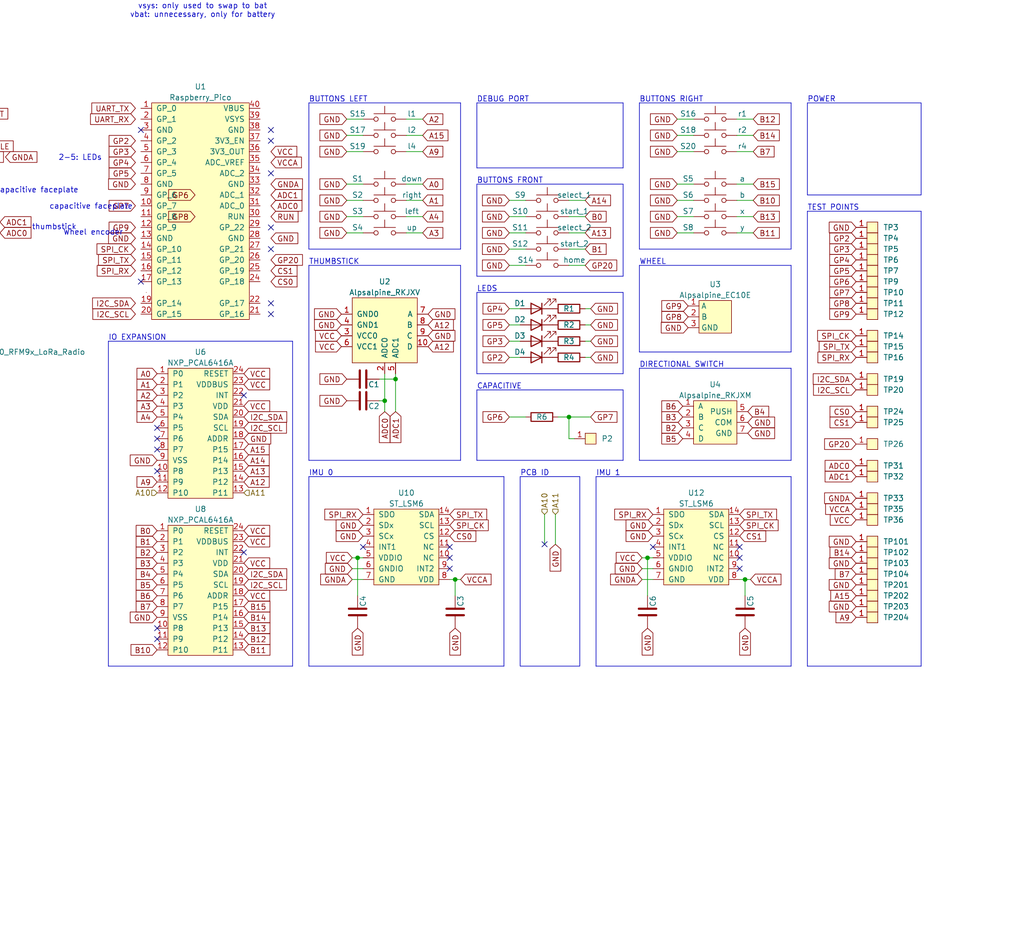
<source format=kicad_sch>
(kicad_sch (version 20231120) (generator "eeschema") (generator_version "8.0")
  (paper "User" 240.005 220.015)
  (title_block (title "Alpakka") (company "Input Labs Oy."))
  (junction (at 90.17 93.98))
  (junction (at 106.68 135.89))
  (junction (at 174.625 135.89))
  (junction (at 83.82 130.81))
  (junction (at 92.71 88.9))
  (junction (at 133.35 97.79))
  (junction (at 151.765 130.81))
  (no_connect (at 63.5 40.64))
  (no_connect (at 63.5 53.34))
  (no_connect (at 36.83 147.32))
  (no_connect (at 36.83 110.49))
  (no_connect (at 85.09 128.27))
  (no_connect (at 153.035 128.27))
  (no_connect (at 33.02 30.48))
  (no_connect (at 127.635 127.635))
  (no_connect (at 63.5 71.12))
  (no_connect (at 57.15 129.54))
  (no_connect (at 173.355 133.35))
  (no_connect (at 173.355 128.27))
  (no_connect (at 36.83 102.87))
  (no_connect (at 63.5 30.48))
  (no_connect (at 33.02 66.04))
  (no_connect (at 105.41 133.35))
  (no_connect (at 63.5 33.02))
  (no_connect (at 36.83 100.33))
  (no_connect (at 105.41 130.81))
  (no_connect (at 57.15 92.71))
  (no_connect (at 36.83 149.86))
  (no_connect (at 36.83 105.41))
  (no_connect (at -33.02 41.91))
  (no_connect (at 173.355 130.81))
  (no_connect (at 63.5 58.42))
  (no_connect (at 105.41 128.27))
  (no_connect (at 63.5 73.66))
  (wire (pts (xy 172.72 27.94) (xy 176.53 27.94)))
  (wire (pts (xy 82.55 133.35) (xy 85.09 133.35)))
  (polyline (pts (xy 111.76 68.58) (xy 146.05 68.58)))
  (polyline (pts (xy 72.39 111.76) (xy 118.11 111.76)))
  (polyline (pts (xy 111.76 87.63) (xy 146.05 87.63)))
  (wire (pts (xy 153.035 130.81) (xy 151.765 130.81)))
  (wire (pts (xy 158.75 50.8) (xy 162.56 50.8)))
  (polyline (pts (xy 185.42 107.95) (xy 185.42 86.36)))
  (polyline (pts (xy 149.86 86.36) (xy 149.86 107.95)))
  (wire (pts (xy 81.28 31.75) (xy 85.09 31.75)))
  (polyline (pts (xy 111.76 39.37) (xy 111.76 24.13)))
  (wire (pts (xy 83.82 130.81) (xy 82.55 130.81)))
  (polyline (pts (xy 185.42 86.36) (xy 149.86 86.36)))
  (wire (pts (xy 138.43 76.2) (xy 137.16 76.2)))
  (wire (pts (xy 81.28 46.99) (xy 85.09 46.99)))
  (wire (pts (xy 133.35 62.23) (xy 137.16 62.23)))
  (polyline (pts (xy 189.23 156.21) (xy 215.9 156.21)))
  (wire (pts (xy 119.38 58.42) (xy 123.19 58.42)))
  (wire (pts (xy 81.28 27.94) (xy 85.09 27.94)))
  (polyline (pts (xy 107.95 62.23) (xy 107.95 107.95)))
  (polyline (pts (xy 146.05 64.77) (xy 111.76 64.77)))
  (polyline (pts (xy 185.42 62.23) (xy 149.86 62.23)))
  (wire (pts (xy 172.72 46.99) (xy 176.53 46.99)))
  (wire (pts (xy 92.71 88.9) (xy 92.71 96.52)))
  (wire (pts (xy 95.25 35.56) (xy 99.06 35.56)))
  (polyline (pts (xy 118.11 111.76) (xy 118.11 156.21)))
  (wire (pts (xy 172.72 43.18) (xy 176.53 43.18)))
  (polyline (pts (xy 68.58 156.21) (xy 25.4 156.21)))
  (polyline (pts (xy 25.4 80.01) (xy 25.4 156.21)))
  (polyline (pts (xy 118.11 156.21) (xy 72.39 156.21)))
  (polyline (pts (xy 72.39 62.23) (xy 72.39 107.95)))
  (wire (pts (xy 133.35 58.42) (xy 137.16 58.42)))
  (wire (pts (xy 88.9 88.9) (xy 92.71 88.9)))
  (wire (pts (xy 95.25 46.99) (xy 99.06 46.99)))
  (wire (pts (xy 90.17 87.63) (xy 90.17 93.98)))
  (wire (pts (xy 138.43 72.39) (xy 137.16 72.39)))
  (polyline (pts (xy 189.23 49.53) (xy 215.9 49.53)))
  (wire (pts (xy 130.81 97.79) (xy 133.35 97.79)))
  (wire (pts (xy 133.35 102.87) (xy 134.62 102.87)))
  (wire (pts (xy 127.635 120.65) (xy 127.635 127.635)))
  (polyline (pts (xy 107.95 58.42) (xy 107.95 24.13)))
  (wire (pts (xy 150.495 133.35) (xy 153.035 133.35)))
  (wire (pts (xy 85.09 130.81) (xy 83.82 130.81)))
  (wire (pts (xy 133.35 97.79) (xy 133.35 102.87)))
  (wire (pts (xy 174.625 135.89) (xy 174.625 139.7)))
  (wire (pts (xy 172.72 35.56) (xy 176.53 35.56)))
  (polyline (pts (xy 111.76 24.13) (xy 146.05 24.13)))
  (wire (pts (xy 105.41 135.89) (xy 106.68 135.89)))
  (wire (pts (xy 133.35 46.99) (xy 137.16 46.99)))
  (wire (pts (xy 174.625 135.89) (xy 175.895 135.89)))
  (polyline (pts (xy 111.76 107.95) (xy 146.05 107.95)))
  (wire (pts (xy 133.35 50.8) (xy 137.16 50.8)))
  (wire (pts (xy 158.75 31.75) (xy 162.56 31.75)))
  (polyline (pts (xy 185.42 82.55) (xy 185.42 62.23)))
  (wire (pts (xy 150.495 135.89) (xy 153.035 135.89)))
  (polyline (pts (xy 107.95 24.13) (xy 72.39 24.13)))
  (wire (pts (xy 158.75 35.56) (xy 162.56 35.56)))
  (wire (pts (xy 95.25 43.18) (xy 99.06 43.18)))
  (wire (pts (xy -119.38 92.71) (xy -104.14 92.71)))
  (wire (pts (xy 172.72 50.8) (xy 176.53 50.8)))
  (polyline (pts (xy 146.05 91.44) (xy 111.76 91.44)))
  (wire (pts (xy 95.25 54.61) (xy 99.06 54.61)))
  (wire (pts (xy 90.17 93.98) (xy 90.17 96.52)))
  (wire (pts (xy 119.38 80.01) (xy 121.92 80.01)))
  (wire (pts (xy 119.38 97.79) (xy 123.19 97.79)))
  (polyline (pts (xy 111.76 39.37) (xy 146.05 39.37)))
  (polyline (pts (xy 185.42 156.21) (xy 139.7 156.21)))
  (wire (pts (xy 119.38 62.23) (xy 123.19 62.23)))
  (wire (pts (xy 119.38 72.39) (xy 121.92 72.39)))
  (wire (pts (xy 133.35 54.61) (xy 137.16 54.61)))
  (polyline (pts (xy 25.4 80.01) (xy 68.58 80.01)))
  (wire (pts (xy 81.28 43.18) (xy 85.09 43.18)))
  (wire (pts (xy 81.28 54.61) (xy 85.09 54.61)))
  (wire (pts (xy 82.55 135.89) (xy 85.09 135.89)))
  (wire (pts (xy 119.38 46.99) (xy 123.19 46.99)))
  (polyline (pts (xy 185.42 24.13) (xy 149.86 24.13)))
  (polyline (pts (xy 139.7 111.76) (xy 139.7 156.21)))
  (polyline (pts (xy 149.86 24.13) (xy 149.86 58.42)))
  (wire (pts (xy 95.25 27.94) (xy 99.06 27.94)))
  (wire (pts (xy 106.68 135.89) (xy 107.95 135.89)))
  (polyline (pts (xy 149.86 82.55) (xy 185.42 82.55)))
  (wire (pts (xy 106.68 135.89) (xy 106.68 139.7)))
  (wire (pts (xy 173.355 135.89) (xy 174.625 135.89)))
  (wire (pts (xy 158.75 46.99) (xy 162.56 46.99)))
  (wire (pts (xy 119.38 54.61) (xy 123.19 54.61)))
  (polyline (pts (xy 72.39 58.42) (xy 107.95 58.42)))
  (polyline (pts (xy 185.42 58.42) (xy 185.42 24.13)))
  (wire (pts (xy 119.38 50.8) (xy 123.19 50.8)))
  (wire (pts (xy 95.25 50.8) (xy 99.06 50.8)))
  (polyline (pts (xy 72.39 111.76) (xy 72.39 156.21)))
  (polyline (pts (xy 111.76 68.58) (xy 111.76 87.63)))
  (wire (pts (xy 81.28 50.8) (xy 85.09 50.8)))
  (wire (pts (xy 151.765 130.81) (xy 150.495 130.81)))
  (wire (pts (xy 158.75 54.61) (xy 162.56 54.61)))
  (wire (pts (xy 138.43 80.01) (xy 137.16 80.01)))
  (wire (pts (xy 81.28 35.56) (xy 85.09 35.56)))
  (polyline (pts (xy 111.76 91.44) (xy 111.76 107.95)))
  (polyline (pts (xy 146.05 107.95) (xy 146.05 91.44)))
  (polyline (pts (xy 146.05 24.13) (xy 146.05 39.37)))
  (wire (pts (xy 172.72 54.61) (xy 176.53 54.61)))
  (polyline (pts (xy 146.05 43.18) (xy 146.05 64.77)))
  (wire (pts (xy 158.75 27.94) (xy 162.56 27.94)))
  (polyline (pts (xy 149.86 62.23) (xy 149.86 82.55)))
  (wire (pts (xy 133.35 97.79) (xy 138.43 97.79)))
  (polyline (pts (xy 111.76 43.18) (xy 146.05 43.18)))
  (polyline (pts (xy 111.76 43.18) (xy 111.76 64.77)))
  (polyline (pts (xy 215.9 156.21) (xy 215.9 49.53)))
  (polyline (pts (xy 146.05 87.63) (xy 146.05 68.58)))
  (polyline (pts (xy 72.39 62.23) (xy 107.95 62.23)))
  (wire (pts (xy 130.175 120.65) (xy 130.175 127.635)))
  (wire (pts (xy 158.75 43.18) (xy 162.56 43.18)))
  (wire (pts (xy 119.38 76.2) (xy 121.92 76.2)))
  (wire (pts (xy 172.72 31.75) (xy 176.53 31.75)))
  (wire (pts (xy 95.25 31.75) (xy 99.06 31.75)))
  (polyline (pts (xy 68.58 80.01) (xy 68.58 156.21)))
  (wire (pts (xy -119.38 92.71) (xy -119.38 95.25)))
  (polyline (pts (xy 72.39 24.13) (xy 72.39 58.42)))
  (wire (pts (xy 119.38 83.82) (xy 121.92 83.82)))
  (polyline (pts (xy 149.86 107.95) (xy 185.42 107.95)))
  (wire (pts (xy 151.765 139.7) (xy 151.765 130.81)))
  (polyline (pts (xy 189.23 49.53) (xy 189.23 156.21)))
  (polyline (pts (xy 185.42 111.76) (xy 185.42 156.21)))
  (wire (pts (xy 138.43 83.82) (xy 137.16 83.82)))
  (wire (pts (xy 92.71 87.63) (xy 92.71 88.9)))
  (wire (pts (xy 90.17 93.98) (xy 88.9 93.98)))
  (polyline (pts (xy 107.95 107.95) (xy 72.39 107.95)))
  (polyline (pts (xy 139.7 111.76) (xy 185.42 111.76)))
  (wire (pts (xy 83.82 139.7) (xy 83.82 130.81)))
  (polyline (pts (xy 149.86 58.42) (xy 185.42 58.42)))
  (rectangle (start 189.23 24.13) (end 215.9 45.72))
  (rectangle (start 121.92 111.76) (end 135.89 156.21))
  (text "WHEEL\n" (at 149.86 62.23 0) (effects (font (size 1.27 1.27)) (justify left bottom)))
  (text "capacitive faceplate\n" (at 8.636 44.704 0) (effects (font (size 1.27 1.27))))
  (text "DEBUG PORT" (at 111.76 24.13 0) (effects (font (size 1.27 1.27)) (justify left bottom)))
  (text "2-5: LEDs" (at 18.796 37.084 0) (effects (font (size 1.27 1.27))))
  (text "thumbstick" (at -47.244 76.454 0) (effects (font (size 1.27 1.27))))
  (text "vsys: only used to swap to bat\nvbat: unnecessary, only for battery" (at 47.498 2.54 0) (effects (font (size 1.27 1.27))))
  (text "IMU comms" (at -48.26 52.324 0) (effects (font (size 1.27 1.27))))
  (text "THUMBSTICK" (at 72.39 62.23 0) (effects (font (size 1.27 1.27)) (justify left bottom)))
  (text "IMU 0" (at 72.39 111.76 0) (effects (font (size 1.27 1.27)) (justify left bottom)))
  (text "Wheel encoder" (at 21.844 54.61 0) (effects (font (size 1.27 1.27))))
  (text "PCB ID" (at 121.92 111.76 0) (effects (font (size 1.27 1.27)) (justify left bottom)))
  (text "home button\n" (at -48.006 34.544 0) (effects (font (size 1.27 1.27))))
  (text "IMU 1" (at 139.7 111.76 0) (effects (font (size 1.27 1.27)) (justify left bottom)))
  (text "BUTTONS FRONT" (at 111.76 43.18 0) (effects (font (size 1.27 1.27)) (justify left bottom)))
  (text "Wheel encoder" (at -47.244 27.94 0) (effects (font (size 1.27 1.27))))
  (text "TEST POINTS" (at 189.23 49.53 0) (effects (font (size 1.27 1.27)) (justify left bottom)))
  (text "capacitive faceplate\n" (at 21.336 48.514 0) (effects (font (size 1.27 1.27))))
  (text "DIRECTIONAL SWITCH" (at 149.86 86.36 0) (effects (font (size 1.27 1.27)) (justify left bottom)))
  (text "CAPACITIVE" (at 111.76 91.44 0) (effects (font (size 1.27 1.27)) (justify left bottom)))
  (text "IO EXPANSION" (at 25.4 80.01 0) (effects (font (size 1.27 1.27)) (justify left bottom)))
  (text "LEDS" (at 111.76 68.58 0) (effects (font (size 1.27 1.27)) (justify left bottom)))
  (text "BUTTONS LEFT" (at 72.39 24.13 0) (effects (font (size 1.27 1.27)) (justify left bottom)))
  (text "BUTTONS RIGHT" (at 149.86 24.13 0) (effects (font (size 1.27 1.27)) (justify left bottom)))
  (text "home button\n" (at -117.856 92.964 0) (effects (font (size 1.27 1.27))))
  (text "vbat\nen\nvbus\nd13\nd12\nd11\nd10\nd9\nd6\nd5\nscl\nsda" (at -112.522 84.074 0) (effects (font (size 1.5748 1.5748)) (justify right)))
  (text "POWER" (at 189.23 24.13 0) (effects (font (size 1.27 1.27)) (justify left bottom)))
  (text "thumbstick" (at 12.7 53.34 0) (effects (font (size 1.27 1.27))))
  (text "Built In LED" (at -40.386 41.91 0) (effects (font (size 1.27 1.27))))
  (text "reset\n3v3\naref\ngnd\na0\na1\na2\na3\na4\na5\nsck\nmosi\nmiso\nd0\nd1\nnc" (at -61.722 77.978 0) (effects (font (size 1.5748 1.5748)) (justify right)))
  (global_label "CS0" (shape input) (at 63.5 66.04 0) (property "Intersheetrefs" "${INTERSHEET_REFS}" (effects (hide yes))))
  (global_label "GP20" (shape input) (at -119.38 95.25 180) (property "Intersheetrefs" "${INTERSHEET_REFS}" (effects (hide yes))))
  (global_label "B0" (shape input) (at 137.16 50.8 0) (property "Intersheetrefs" "${INTERSHEET_REFS}" (effects (hide yes))))
  (global_label "I2C_SCL" (shape input) (at 57.15 100.33 0) (property "Intersheetrefs" "${INTERSHEET_REFS}" (effects (hide yes))))
  (global_label "VCC" (shape input) (at 82.55 130.81 180) (property "Intersheetrefs" "${INTERSHEET_REFS}" (effects (hide yes))))
  (global_label "B12" (shape input) (at 176.53 27.94 0) (property "Intersheetrefs" "${INTERSHEET_REFS}" (effects (hide yes))))
  (global_label "GND" (shape input) (at 200.66 127 180) (property "Intersheetrefs" "${INTERSHEET_REFS}" (effects (hide yes))))
  (global_label "GND" (shape input) (at -71.12 129.54 0) (property "Intersheetrefs" "${INTERSHEET_REFS}" (effects (hide yes))))
  (global_label "GNDA" (shape input) (at 82.55 135.89 180) (property "Intersheetrefs" "${INTERSHEET_REFS}" (effects (hide yes))))
  (global_label "GND" (shape input) (at 80.01 76.2 180) (property "Intersheetrefs" "${INTERSHEET_REFS}" (effects (hide yes))))
  (global_label "GND" (shape input) (at 100.33 73.66 0) (property "Intersheetrefs" "${INTERSHEET_REFS}" (effects (hide yes))))
  (global_label "SPI_RX" (shape input) (at 31.75 63.5 180) (property "Intersheetrefs" "${INTERSHEET_REFS}" (effects (hide yes))))
  (global_label "B14" (shape input) (at 200.66 129.54 180) (property "Intersheetrefs" "${INTERSHEET_REFS}" (effects (hide yes))))
  (global_label "GND" (shape input) (at 200.66 53.34 180) (property "Intersheetrefs" "${INTERSHEET_REFS}" (effects (hide yes))))
  (global_label "GND" (shape input) (at 31.75 55.88 180) (property "Intersheetrefs" "${INTERSHEET_REFS}" (effects (hide yes))))
  (global_label "SPI_RX" (shape input) (at 200.66 83.82 180) (property "Intersheetrefs" "${INTERSHEET_REFS}" (effects (hide yes))))
  (global_label "GND" (shape input) (at 200.66 142.24 180) (property "Intersheetrefs" "${INTERSHEET_REFS}" (effects (hide yes))))
  (global_label "GP9" (shape input) (at 31.75 53.34 180) (property "Intersheetrefs" "${INTERSHEET_REFS}" (effects (hide yes))))
  (global_label "A15" (shape input) (at 57.15 105.41 0) (property "Intersheetrefs" "${INTERSHEET_REFS}" (effects (hide yes))))
  (global_label "A14" (shape input) (at 57.15 107.95 0) (property "Intersheetrefs" "${INTERSHEET_REFS}" (effects (hide yes))))
  (global_label "ADC0" (shape input) (at 200.66 109.22 180) (property "Intersheetrefs" "${INTERSHEET_REFS}" (effects (hide yes))))
  (global_label "SPI_TX" (shape input) (at -34.29 52.07 180) (property "Intersheetrefs" "${INTERSHEET_REFS}" (effects (hide yes))))
  (global_label "GND" (shape input) (at 158.75 27.94 180) (property "Intersheetrefs" "${INTERSHEET_REFS}" (effects (hide yes))))
  (global_label "GP6" (shape input) (at 200.66 66.04 180) (property "Intersheetrefs" "${INTERSHEET_REFS}" (effects (hide yes))))
  (global_label "VCCA" (shape input) (at 175.895 135.89 0) (property "Intersheetrefs" "${INTERSHEET_REFS}" (effects (hide yes))))
  (global_label "ADC1" (shape input) (at 63.5 45.72 0) (property "Intersheetrefs" "${INTERSHEET_REFS}" (effects (hide yes))))
  (global_label "UART_RX" (shape input) (at 31.75 27.94 180) (property "Intersheetrefs" "${INTERSHEET_REFS}" (effects (hide yes))))
  (global_label "I2C_SDA" (shape input) (at 57.15 134.62 0) (property "Intersheetrefs" "${INTERSHEET_REFS}" (effects (hide yes))))
  (global_label "I2C_SDA" (shape input) (at -104.14 97.79 180) (property "Intersheetrefs" "${INTERSHEET_REFS}" (effects (hide yes))))
  (global_label "GND" (shape input) (at 138.43 72.39 0) (property "Intersheetrefs" "${INTERSHEET_REFS}" (effects (hide yes))))
  (global_label "A4" (shape input) (at 99.06 50.8 0) (property "Intersheetrefs" "${INTERSHEET_REFS}" (effects (hide yes))))
  (global_label "SPI_RX" (shape input) (at 153.035 120.65 180) (property "Intersheetrefs" "${INTERSHEET_REFS}" (effects (hide yes))))
  (global_label "A4" (shape input) (at 36.83 97.79 180) (property "Intersheetrefs" "${INTERSHEET_REFS}" (effects (hide yes))))
  (global_label "VCC" (shape input) (at 57.15 132.08 0) (property "Intersheetrefs" "${INTERSHEET_REFS}" (effects (hide yes))))
  (global_label "GND" (shape input) (at 119.38 46.99 180) (property "Intersheetrefs" "${INTERSHEET_REFS}" (effects (hide yes))))
  (global_label "GND" (shape input) (at 119.38 62.23 180) (property "Intersheetrefs" "${INTERSHEET_REFS}" (effects (hide yes))))
  (global_label "GND" (shape input) (at 175.26 99.06 0) (property "Intersheetrefs" "${INTERSHEET_REFS}" (effects (hide yes))))
  (global_label "SPI_CK" (shape input) (at 105.41 123.19 0) (property "Intersheetrefs" "${INTERSHEET_REFS}" (effects (hide yes))))
  (global_label "GP8" (shape input) (at 200.66 71.12 180) (property "Intersheetrefs" "${INTERSHEET_REFS}" (effects (hide yes))))
  (global_label "GND" (shape input) (at 80.01 73.66 180) (property "Intersheetrefs" "${INTERSHEET_REFS}" (effects (hide yes))))
  (global_label "B4" (shape input) (at 175.26 96.52 0) (property "Intersheetrefs" "${INTERSHEET_REFS}" (effects (hide yes))))
  (global_label "OLED_BTN_B" (shape input) (at -104.14 90.17 180) (property "Intersheetrefs" "${INTERSHEET_REFS}" (effects (hide yes))))
  (global_label "A9" (shape input) (at 200.66 144.78 180) (property "Intersheetrefs" "${INTERSHEET_REFS}" (effects (hide yes))))
  (global_label "I2C_SDA" (shape input) (at 57.15 97.79 0) (property "Intersheetrefs" "${INTERSHEET_REFS}" (effects (hide yes))))
  (global_label "GNDA" (shape input) (at 150.495 135.89 180) (property "Intersheetrefs" "${INTERSHEET_REFS}" (effects (hide yes))))
  (global_label "GP3" (shape input) (at 200.66 58.42 180) (property "Intersheetrefs" "${INTERSHEET_REFS}" (effects (hide yes))))
  (global_label "GND" (shape input) (at 100.33 78.74 0) (property "Intersheetrefs" "${INTERSHEET_REFS}" (effects (hide yes))))
  (global_label "VCC" (shape input) (at 57.15 139.7 0) (property "Intersheetrefs" "${INTERSHEET_REFS}" (effects (hide yes))))
  (global_label "RUN" (shape input) (at 63.5 50.8 0) (property "Intersheetrefs" "${INTERSHEET_REFS}" (effects (hide yes))))
  (global_label "SPI_CK" (shape input) (at -59.69 85.09 0) (property "Intersheetrefs" "${INTERSHEET_REFS}" (effects (hide yes))))
  (global_label "B11" (shape input) (at 57.15 152.4 0) (property "Intersheetrefs" "${INTERSHEET_REFS}" (effects (hide yes))))
  (global_label "VCCA" (shape input) (at 63.5 38.1 0) (property "Intersheetrefs" "${INTERSHEET_REFS}" (effects (hide yes))))
  (global_label "GND" (shape input) (at -26.67 99.06 180) (property "Intersheetrefs" "${INTERSHEET_REFS}" (effects (hide yes))))
  (global_label "VCCA" (shape input) (at -6.35 36.83 0) (property "Intersheetrefs" "${INTERSHEET_REFS}" (effects (hide yes))))
  (global_label "SPI_CK" (shape input) (at -34.29 49.53 180) (property "Intersheetrefs" "${INTERSHEET_REFS}" (effects (hide yes))))
  (global_label "VCC" (shape input) (at 57.15 90.17 0) (property "Intersheetrefs" "${INTERSHEET_REFS}" (effects (hide yes))))
  (global_label "GND" (shape input) (at 81.28 31.75 180) (property "Intersheetrefs" "${INTERSHEET_REFS}" (effects (hide yes))))
  (global_label "B1" (shape input) (at 137.16 58.42 0) (property "Intersheetrefs" "${INTERSHEET_REFS}" (effects (hide yes))))
  (global_label "GP2" (shape input) (at 119.38 83.82 180) (property "Intersheetrefs" "${INTERSHEET_REFS}" (effects (hide yes))))
  (global_label "SPI_RX" (shape input) (at 85.09 120.65 180) (property "Intersheetrefs" "${INTERSHEET_REFS}" (effects (hide yes))))
  (global_label "A9" (shape input) (at 36.83 113.03 180) (property "Intersheetrefs" "${INTERSHEET_REFS}" (effects (hide yes))))
  (global_label "A2" (shape input) (at 36.83 92.71 180) (property "Intersheetrefs" "${INTERSHEET_REFS}" (effects (hide yes))))
  (global_label "GND" (shape input) (at 119.38 50.8 180) (property "Intersheetrefs" "${INTERSHEET_REFS}" (effects (hide yes))))
  (global_label "GND" (shape input) (at 81.28 27.94 180) (property "Intersheetrefs" "${INTERSHEET_REFS}" (effects (hide yes))))
  (global_label "I2C_SCL" (shape input) (at -90.17 157.48 180) (property "Intersheetrefs" "${INTERSHEET_REFS}" (effects (hide yes))))
  (global_label "VCC" (shape input) (at 150.495 130.81 180) (property "Intersheetrefs" "${INTERSHEET_REFS}" (effects (hide yes))))
  (global_label "GND" (shape input) (at 138.43 83.82 0) (property "Intersheetrefs" "${INTERSHEET_REFS}" (effects (hide yes))))
  (global_label "A1" (shape input) (at 36.83 90.17 180) (property "Intersheetrefs" "${INTERSHEET_REFS}" (effects (hide yes))))
  (global_label "GP20" (shape input) (at 137.16 62.23 0) (property "Intersheetrefs" "${INTERSHEET_REFS}" (effects (hide yes))))
  (global_label "GP6" (shape input) (at 119.38 97.79 180) (property "Intersheetrefs" "${INTERSHEET_REFS}" (effects (hide yes))))
  (global_label "GP20" (shape input) (at 63.5 60.96 0) (property "Intersheetrefs" "${INTERSHEET_REFS}" (effects (hide yes))))
  (global_label "OLED_BTN_A" (shape input) (at -90.17 149.86 180) (property "Intersheetrefs" "${INTERSHEET_REFS}" (effects (hide yes))))
  (global_label "GP9" (shape input) (at -104.14 80.01 180) (property "Intersheetrefs" "${INTERSHEET_REFS}" (effects (hide yes))))
  (global_label "B5" (shape input) (at 160.02 102.87 180) (property "Intersheetrefs" "${INTERSHEET_REFS}" (effects (hide yes))))
  (global_label "GND" (shape input) (at 85.09 123.19 180) (property "Intersheetrefs" "${INTERSHEET_REFS}" (effects (hide yes))))
  (global_label "GND" (shape input) (at 158.75 35.56 180) (property "Intersheetrefs" "${INTERSHEET_REFS}" (effects (hide yes))))
  (global_label "GP8" (shape input) (at 161.29 74.295 180) (property "Intersheetrefs" "${INTERSHEET_REFS}" (effects (hide yes))))
  (global_label "GP9" (shape input) (at -34.29 29.21 180) (property "Intersheetrefs" "${INTERSHEET_REFS}" (effects (hide yes))))
  (global_label "B3" (shape input) (at 36.83 132.08 180) (property "Intersheetrefs" "${INTERSHEET_REFS}" (effects (hide yes))))
  (global_label "B2" (shape input) (at 36.83 129.54 180) (property "Intersheetrefs" "${INTERSHEET_REFS}" (effects (hide yes))))
  (global_label "GP4" (shape input) (at 119.38 72.39 180) (property "Intersheetrefs" "${INTERSHEET_REFS}" (effects (hide yes))))
  (global_label "B11" (shape input) (at 176.53 54.61 0) (property "Intersheetrefs" "${INTERSHEET_REFS}" (effects (hide yes))))
  (global_label "GND" (shape input) (at 153.035 123.19 180) (property "Intersheetrefs" "${INTERSHEET_REFS}" (effects (hide yes))))
  (global_label "OLED_BTN_C" (shape input) (at -90.17 154.94 180) (property "Intersheetrefs" "${INTERSHEET_REFS}" (effects (hide yes))))
  (global_label "SPI_CK" (shape input) (at 173.355 123.19 0) (property "Intersheetrefs" "${INTERSHEET_REFS}" (effects (hide yes))))
  (global_label "ENABLE" (shape input) (at -104.14 72.39 180) (property "Intersheetrefs" "${INTERSHEET_REFS}" (effects (hide yes))))
  (global_label "CS0" (shape input) (at 105.41 125.73 0) (property "Intersheetrefs" "${INTERSHEET_REFS}" (effects (hide yes))))
  (global_label "B15" (shape input) (at 57.15 142.24 0) (property "Intersheetrefs" "${INTERSHEET_REFS}" (effects (hide yes))))
  (global_label "GP7" (shape input) (at 138.43 97.79 0) (property "Intersheetrefs" "${INTERSHEET_REFS}" (effects (hide yes))))
  (global_label "VCC" (shape input) (at 57.15 127 0) (property "Intersheetrefs" "${INTERSHEET_REFS}" (effects (hide yes))))
  (global_label "GP9" (shape input) (at 200.66 73.66 180) (property "Intersheetrefs" "${INTERSHEET_REFS}" (effects (hide yes))))
  (global_label "A13" (shape input) (at 137.16 54.61 0) (property "Intersheetrefs" "${INTERSHEET_REFS}" (effects (hide yes))))
  (global_label "A0" (shape input) (at 99.06 43.18 0) (property "Intersheetrefs" "${INTERSHEET_REFS}" (effects (hide yes))))
  (global_label "I2C_SCL" (shape input) (at -104.14 95.25 180) (property "Intersheetrefs" "${INTERSHEET_REFS}" (effects (hide yes))))
  (global_label "GND" (shape input) (at 200.66 137.16 180) (property "Intersheetrefs" "${INTERSHEET_REFS}" (effects (hide yes))))
  (global_label "CS0" (shape input) (at -35.56 59.69 180) (property "Intersheetrefs" "${INTERSHEET_REFS}" (effects (hide yes))))
  (global_label "A3" (shape input) (at 36.83 95.25 180) (property "Intersheetrefs" "${INTERSHEET_REFS}" (effects (hide yes))))
  (global_label "GND" (shape input) (at 106.68 147.32 270) (property "Intersheetrefs" "${INTERSHEET_REFS}" (effects (hide yes))))
  (global_label "GND" (shape input) (at 81.28 43.18 180) (property "Intersheetrefs" "${INTERSHEET_REFS}" (effects (hide yes))))
  (global_label "GP3" (shape input) (at 119.38 80.01 180) (property "Intersheetrefs" "${INTERSHEET_REFS}" (effects (hide yes))))
  (global_label "SPI_RX" (shape input) (at -34.29 54.61 180) (property "Intersheetrefs" "${INTERSHEET_REFS}" (effects (hide yes))))
  (global_label "GND" (shape input) (at 81.28 35.56 180) (property "Intersheetrefs" "${INTERSHEET_REFS}" (effects (hide yes))))
  (global_label "GND" (shape input) (at 57.15 102.87 0) (property "Intersheetrefs" "${INTERSHEET_REFS}" (effects (hide yes))))
  (global_label "CS0" (shape input) (at 200.66 96.52 180) (property "Intersheetrefs" "${INTERSHEET_REFS}" (effects (hide yes))))
  (global_label "GP6" (shape input) (at 45.72 45.72 180) (property "Intersheetrefs" "${INTERSHEET_REFS}" (effects (hide yes))))
  (global_label "GND" (shape input) (at 81.28 93.98 180) (property "Intersheetrefs" "${INTERSHEET_REFS}" (effects (hide yes))))
  (global_label "RESET" (shape input) (at -59.69 59.69 0) (property "Intersheetrefs" "${INTERSHEET_REFS}" (effects (hide yes))))
  (global_label "A2" (shape input) (at 99.06 27.94 0) (property "Intersheetrefs" "${INTERSHEET_REFS}" (effects (hide yes))))
  (global_label "VCC" (shape input) (at 80.01 81.28 180) (property "Intersheetrefs" "${INTERSHEET_REFS}" (effects (hide yes))))
  (global_label "GP4" (shape input) (at 31.75 38.1 180) (property "Intersheetrefs" "${INTERSHEET_REFS}" (effects (hide yes))))
  (global_label "GNDA" (shape input) (at 1.27 36.83 0) (property "Intersheetrefs" "${INTERSHEET_REFS}" (effects (hide yes))))
  (global_label "B0" (shape input) (at 36.83 124.46 180) (property "Intersheetrefs" "${INTERSHEET_REFS}" (effects (hide yes))))
  (global_label "GP2" (shape input) (at 200.66 55.88 180) (property "Intersheetrefs" "${INTERSHEET_REFS}" (effects (hide yes))))
  (global_label "VCC" (shape input) (at 200.66 121.92 180) (property "Intersheetrefs" "${INTERSHEET_REFS}" (effects (hide yes))))
  (global_label "A14" (shape input) (at 137.16 46.99 0) (property "Intersheetrefs" "${INTERSHEET_REFS}" (effects (hide yes))))
  (global_label "I2C_SCL" (shape input) (at -34.29 69.85 180) (property "Intersheetrefs" "${INTERSHEET_REFS}" (effects (hide yes))))
  (global_label "OLED_BTN_C" (shape input) (at -119.38 92.71 180) (property "Intersheetrefs" "${INTERSHEET_REFS}" (effects (hide yes))))
  (global_label "GP7" (shape input) (at -6.35 44.45 0) (property "Intersheetrefs" "${INTERSHEET_REFS}" (effects (hide yes))))
  (global_label "GP3" (shape input) (at 31.75 35.56 180) (property "Intersheetrefs" "${INTERSHEET_REFS}" (effects (hide yes))))
  (global_label "GP8" (shape input) (at -104.14 77.47 180) (property "Intersheetrefs" "${INTERSHEET_REFS}" (effects (hide yes))))
  (global_label "GP8" (shape input) (at -34.29 26.67 180) (property "Intersheetrefs" "${INTERSHEET_REFS}" (effects (hide yes))))
  (global_label "ADC0" (shape input) (at 90.17 96.52 270) (property "Intersheetrefs" "${INTERSHEET_REFS}" (effects (hide yes))))
  (global_label "GND" (shape input) (at 83.82 147.32 270) (property "Intersheetrefs" "${INTERSHEET_REFS}" (effects (hide yes))))
  (global_label "GND" (shape input) (at 63.5 55.88 0) (property "Intersheetrefs" "${INTERSHEET_REFS}" (effects (hide yes))))
  (global_label "GNDA" (shape input) (at -21.59 99.06 0) (property "Intersheetrefs" "${INTERSHEET_REFS}" (effects (hide yes))))
  (global_label "A12" (shape input) (at 100.33 76.2 0) (property "Intersheetrefs" "${INTERSHEET_REFS}" (effects (hide yes))))
  (global_label "SPI_TX" (shape input) (at 105.41 120.65 0) (property "Intersheetrefs" "${INTERSHEET_REFS}" (effects (hide yes))))
  (global_label "GND" (shape input) (at 151.765 147.32 270) (property "Intersheetrefs" "${INTERSHEET_REFS}" (effects (hide yes))))
  (global_label "B10" (shape input) (at 176.53 46.99 0) (property "Intersheetrefs" "${INTERSHEET_REFS}" (effects (hide yes))))
  (global_label "A9" (shape input) (at 99.06 35.56 0) (property "Intersheetrefs" "${INTERSHEET_REFS}" (effects (hide yes))))
  (global_label "GP8" (shape input) (at 45.72 50.8 180) (property "Intersheetrefs" "${INTERSHEET_REFS}" (effects (hide yes))))
  (global_label "GND" (shape input) (at 158.75 46.99 180) (property "Intersheetrefs" "${INTERSHEET_REFS}" (effects (hide yes))))
  (global_label "B5" (shape input) (at 36.83 137.16 180) (property "Intersheetrefs" "${INTERSHEET_REFS}" (effects (hide yes))))
  (global_label "GNDA" (shape input) (at 63.5 43.18 0) (property "Intersheetrefs" "${INTERSHEET_REFS}" (effects (hide yes))))
  (global_label "I2C_SCL" (shape input) (at 57.15 137.16 0) (property "Intersheetrefs" "${INTERSHEET_REFS}" (effects (hide yes))))
  (global_label "ENABLE" (shape input) (at -6.35 34.29 0) (property "Intersheetrefs" "${INTERSHEET_REFS}" (effects (hide yes))))
  (global_label "GP4" (shape input) (at 200.66 60.96 180) (property "Intersheetrefs" "${INTERSHEET_REFS}" (effects (hide yes))))
  (global_label "SPI_TX" (shape input) (at 173.355 120.65 0) (property "Intersheetrefs" "${INTERSHEET_REFS}" (effects (hide yes))))
  (global_label "A3" (shape input) (at 99.06 54.61 0) (property "Intersheetrefs" "${INTERSHEET_REFS}" (effects (hide yes))))
  (global_label "B3" (shape input) (at 160.02 97.79 180) (property "Intersheetrefs" "${INTERSHEET_REFS}" (effects (hide yes))))
  (global_label "VCC" (shape input) (at -17.78 15.24 90) (property "Intersheetrefs" "${INTERSHEET_REFS}" (effects (hide yes))))
  (global_label "GND" (shape input) (at 138.43 76.2 0) (property "Intersheetrefs" "${INTERSHEET_REFS}" (effects (hide yes))))
  (global_label "GND" (shape input) (at 150.495 133.35 180) (property "Intersheetrefs" "${INTERSHEET_REFS}" (effects (hide yes))))
  (global_label "GND" (shape input) (at 158.75 50.8 180) (property "Intersheetrefs" "${INTERSHEET_REFS}" (effects (hide yes))))
  (global_label "UART_TX" (shape input) (at 31.75 25.4 180) (property "Intersheetrefs" "${INTERSHEET_REFS}" (effects (hide yes))))
  (global_label "GND" (shape input) (at 175.26 101.6 0) (property "Intersheetrefs" "${INTERSHEET_REFS}" (effects (hide yes))))
  (global_label "GP5" (shape input) (at 200.66 63.5 180) (property "Intersheetrefs" "${INTERSHEET_REFS}" (effects (hide yes))))
  (global_label "CS1" (shape input) (at 63.5 63.5 0) (property "Intersheetrefs" "${INTERSHEET_REFS}" (effects (hide yes))))
  (global_label "GND" (shape input) (at 200.66 132.08 180) (property "Intersheetrefs" "${INTERSHEET_REFS}" (effects (hide yes))))
  (global_label "B10" (shape input) (at 36.83 152.4 180) (property "Intersheetrefs" "${INTERSHEET_REFS}" (effects (hide yes))))
  (global_label "VCC" (shape input) (at -59.69 62.23 0) (property "Intersheetrefs" "${INTERSHEET_REFS}" (effects (hide yes))))
  (global_label "B6" (shape input) (at 160.02 95.25 180) (property "Intersheetrefs" "${INTERSHEET_REFS}" (effects (hide yes))))
  (global_label "CS1" (shape input) (at 173.355 125.73 0) (property "Intersheetrefs" "${INTERSHEET_REFS}" (effects (hide yes))))
  (global_label "B6" (shape input) (at 36.83 139.7 180) (property "Intersheetrefs" "${INTERSHEET_REFS}" (effects (hide yes))))
  (global_label "GND" (shape input) (at 158.75 31.75 180) (property "Intersheetrefs" "${INTERSHEET_REFS}" (effects (hide yes))))
  (global_label "ADC1" (shape input) (at 200.66 111.76 180) (property "Intersheetrefs" "${INTERSHEET_REFS}" (effects (hide yes))))
  (global_label "GND" (shape input) (at 82.55 133.35 180) (property "Intersheetrefs" "${INTERSHEET_REFS}" (effects (hide yes))))
  (global_label "GND" (shape input) (at 81.28 88.9 180) (property "Intersheetrefs" "${INTERSHEET_REFS}" (effects (hide yes))))
  (global_label "B7" (shape input) (at 176.53 35.56 0) (property "Intersheetrefs" "${INTERSHEET_REFS}" (effects (hide yes))))
  (global_label "GP7" (shape input) (at 200.66 68.58 180) (property "Intersheetrefs" "${INTERSHEET_REFS}" (effects (hide yes))))
  (global_label "CS0" (shape input) (at -59.69 95.25 0) (property "Intersheetrefs" "${INTERSHEET_REFS}" (effects (hide yes))))
  (global_label "GND" (shape input) (at 36.83 144.78 180) (property "Intersheetrefs" "${INTERSHEET_REFS}" (effects (hide yes))))
  (global_label "B14" (shape input) (at 57.15 144.78 0) (property "Intersheetrefs" "${INTERSHEET_REFS}" (effects (hide yes))))
  (global_label "B12" (shape input) (at 57.15 149.86 0) (property "Intersheetrefs" "${INTERSHEET_REFS}" (effects (hide yes))))
  (global_label "B13" (shape input) (at 176.53 50.8 0) (property "Intersheetrefs" "${INTERSHEET_REFS}" (effects (hide yes))))
  (global_label "VCCA" (shape input) (at 200.66 119.38 180) (property "Intersheetrefs" "${INTERSHEET_REFS}" (effects (hide yes))))
  (global_label "GND" (shape input) (at 81.28 50.8 180) (property "Intersheetrefs" "${INTERSHEET_REFS}" (effects (hide yes))))
  (global_label "ADC1" (shape input) (at -59.69 74.93 0) (property "Intersheetrefs" "${INTERSHEET_REFS}" (effects (hide yes))))
  (global_label "SPI_CK" (shape input) (at 200.66 78.74 180) (property "Intersheetrefs" "${INTERSHEET_REFS}" (effects (hide yes))))
  (global_label "I2C_SDA" (shape input) (at -90.17 160.02 180) (property "Intersheetrefs" "${INTERSHEET_REFS}" (effects (hide yes))))
  (global_label "A0" (shape input) (at 36.83 87.63 180) (property "Intersheetrefs" "${INTERSHEET_REFS}" (effects (hide yes))))
  (global_label "B1" (shape input) (at 36.83 127 180) (property "Intersheetrefs" "${INTERSHEET_REFS}" (effects (hide yes))))
  (global_label "SPI_RX" (shape input) (at -59.69 90.17 0) (property "Intersheetrefs" "${INTERSHEET_REFS}" (effects (hide yes))))
  (global_label "GP20" (shape input) (at -34.29 34.29 180) (property "Intersheetrefs" "${INTERSHEET_REFS}" (effects (hide yes))))
  (global_label "VCCA" (shape input) (at -59.69 64.77 0) (property "Intersheetrefs" "${INTERSHEET_REFS}" (effects (hide yes))))
  (global_label "GND" (shape input) (at 31.75 43.18 180) (property "Intersheetrefs" "${INTERSHEET_REFS}" (effects (hide yes))))
  (global_label "ADC0" (shape input) (at 0 54.61 0) (property "Intersheetrefs" "${INTERSHEET_REFS}" (effects (hide yes))))
  (global_label "VCC" (shape input) (at 57.15 87.63 0) (property "Intersheetrefs" "${INTERSHEET_REFS}" (effects (hide yes))))
  (global_label "VCCA" (shape input) (at 107.95 135.89 0) (property "Intersheetrefs" "${INTERSHEET_REFS}" (effects (hide yes))))
  (global_label "B15" (shape input) (at 176.53 43.18 0) (property "Intersheetrefs" "${INTERSHEET_REFS}" (effects (hide yes))))
  (global_label "GP20" (shape input) (at 200.66 104.14 180) (property "Intersheetrefs" "${INTERSHEET_REFS}" (effects (hide yes))))
  (global_label "VCC" (shape input) (at 57.15 124.46 0) (property "Intersheetrefs" "${INTERSHEET_REFS}" (effects (hide yes))))
  (global_label "GND" (shape input) (at 138.43 80.01 0) (property "Intersheetrefs" "${INTERSHEET_REFS}" (effects (hide yes))))
  (global_label "GND" (shape input) (at 119.38 54.61 180) (property "Intersheetrefs" "${INTERSHEET_REFS}" (effects (hide yes))))
  (global_label "RESET" (shape input) (at -71.12 121.92 0) (property "Intersheetrefs" "${INTERSHEET_REFS}" (effects (hide yes))))
  (global_label "ADC0" (shape input) (at 63.5 48.26 0) (property "Intersheetrefs" "${INTERSHEET_REFS}" (effects (hide yes))))
  (global_label "A12" (shape input) (at 57.15 113.03 0) (property "Intersheetrefs" "${INTERSHEET_REFS}" (effects (hide yes))))
  (global_label "GND" (shape input) (at 153.035 125.73 180) (property "Intersheetrefs" "${INTERSHEET_REFS}" (effects (hide yes))))
  (global_label "GND" (shape input) (at 158.75 54.61 180) (property "Intersheetrefs" "${INTERSHEET_REFS}" (effects (hide yes))))
  (global_label "GND" (shape input) (at 81.28 54.61 180) (property "Intersheetrefs" "${INTERSHEET_REFS}" (effects (hide yes))))
  (global_label "I2C_SDA" (shape input) (at 200.66 88.9 180) (property "Intersheetrefs" "${INTERSHEET_REFS}" (effects (hide yes))))
  (global_label "GND" (shape input) (at 119.38 58.42 180) (property "Intersheetrefs" "${INTERSHEET_REFS}" (effects (hide yes))))
  (global_label "GND" (shape input) (at 85.09 125.73 180) (property "Intersheetrefs" "${INTERSHEET_REFS}" (effects (hide yes))))
  (global_label "GP9" (shape input) (at 161.29 71.755 180) (property "Intersheetrefs" "${INTERSHEET_REFS}" (effects (hide yes))))
  (global_label "RESET" (shape input) (at -6.35 26.67 0) (property "Intersheetrefs" "${INTERSHEET_REFS}" (effects (hide yes))))
  (global_label "A15" (shape input) (at 200.66 139.7 180) (property "Intersheetrefs" "${INTERSHEET_REFS}" (effects (hide yes))))
  (global_label "CS1" (shape input) (at 200.66 99.06 180) (property "Intersheetrefs" "${INTERSHEET_REFS}" (effects (hide yes))))
  (global_label "VCC" (shape input) (at 80.01 78.74 180) (property "Intersheetrefs" "${INTERSHEET_REFS}" (effects (hide yes))))
  (global_label "GP5" (shape input) (at 119.38 76.2 180) (property "Intersheetrefs" "${INTERSHEET_REFS}" (effects (hide yes))))
  (global_label "B2" (shape input) (at 160.02 100.33 180) (property "Intersheetrefs" "${INTERSHEET_REFS}" (effects (hide yes))))
  (global_label "GND" (shape input) (at 158.75 43.18 180) (property "Intersheetrefs" "${INTERSHEET_REFS}" (effects (hide yes))))
  (global_label "GND" (shape input) (at 174.625 147.32 270) (property "Intersheetrefs" "${INTERSHEET_REFS}" (effects (hide yes))))
  (global_label "B14" (shape input) (at 176.53 31.75 0) (property "Intersheetrefs" "${INTERSHEET_REFS}" (effects (hide yes))))
  (global_label "CS1" (shape input) (at -59.69 92.71 0) (property "Intersheetrefs" "${INTERSHEET_REFS}" (effects (hide yes))))
  (global_label "ADC0" (shape input) (at -59.69 77.47 0) (property "Intersheetrefs" "${INTERSHEET_REFS}" (effects (hide yes))))
  (global_label "OLED_BTN_B" (shape input) (at -90.17 152.4 180) (property "Intersheetrefs" "${INTERSHEET_REFS}" (effects (hide yes))))
  (global_label "CS1" (shape input) (at -35.56 62.23 180) (property "Intersheetrefs" "${INTERSHEET_REFS}" (effects (hide yes))))
  (global_label "VCC" (shape input) (at -71.12 124.46 0) (property "Intersheetrefs" "${INTERSHEET_REFS}" (effects (hide yes))))
  (global_label "B7" (shape input) (at 200.66 134.62 180) (property "Intersheetrefs" "${INTERSHEET_REFS}" (effects (hide yes))))
  (global_label "ADC1" (shape input) (at 0 52.07 0) (property "Intersheetrefs" "${INTERSHEET_REFS}" (effects (hide yes))))
  (global_label "SPI_TX" (shape input) (at -59.69 87.63 0) (property "Intersheetrefs" "${INTERSHEET_REFS}" (effects (hide yes))))
  (global_label "SPI_CK" (shape input) (at 31.75 58.42 180) (property "Intersheetrefs" "${INTERSHEET_REFS}" (effects (hide yes))))
  (global_label "SPI_TX" (shape input) (at 200.66 81.28 180) (property "Intersheetrefs" "${INTERSHEET_REFS}" (effects (hide yes))))
  (global_label "I2C_SDA" (shape input) (at 31.75 71.12 180) (property "Intersheetrefs" "${INTERSHEET_REFS}" (effects (hide yes))))
  (global_label "GP5" (shape input) (at 31.75 40.64 180) (property "Intersheetrefs" "${INTERSHEET_REFS}" (effects (hide yes))))
  (global_label "ADC1" (shape input) (at 92.71 96.52 270) (property "Intersheetrefs" "${INTERSHEET_REFS}" (effects (hide yes))))
  (global_label "I2C_SCL" (shape input) (at 31.75 73.66 180) (property "Intersheetrefs" "${INTERSHEET_REFS}" (effects (hide yes))))
  (global_label "B13" (shape input) (at 57.15 147.32 0) (property "Intersheetrefs" "${INTERSHEET_REFS}" (effects (hide yes))))
  (global_label "GND" (shape input) (at -20.32 81.28 270) (property "Intersheetrefs" "${INTERSHEET_REFS}" (effects (hide yes))))
  (global_label "SPI_TX" (shape input) (at 31.75 60.96 180) (property "Intersheetrefs" "${INTERSHEET_REFS}" (effects (hide yes))))
  (global_label "OLED_BTN_A" (shape input) (at -104.14 87.63 180) (property "Intersheetrefs" "${INTERSHEET_REFS}" (effects (hide yes))))
  (global_label "GND" (shape input) (at 81.28 46.99 180) (property "Intersheetrefs" "${INTERSHEET_REFS}" (effects (hide yes))))
  (global_label "A1" (shape input) (at 99.06 46.99 0) (property "Intersheetrefs" "${INTERSHEET_REFS}" (effects (hide yes))))
  (global_label "B7" (shape input) (at 36.83 142.24 180) (property "Intersheetrefs" "${INTERSHEET_REFS}" (effects (hide yes))))
  (global_label "VCC" (shape input) (at 57.15 95.25 0) (property "Intersheetrefs" "${INTERSHEET_REFS}" (effects (hide yes))))
  (global_label "I2C_SCL" (shape input) (at 200.66 91.44 180) (property "Intersheetrefs" "${INTERSHEET_REFS}" (effects (hide yes))))
  (global_label "GND" (shape input) (at 36.83 107.95 180) (property "Intersheetrefs" "${INTERSHEET_REFS}" (effects (hide yes))))
  (global_label "GP7" (shape input) (at 31.75 48.26 180) (property "Intersheetrefs" "${INTERSHEET_REFS}" (effects (hide yes))))
  (global_label "GNDA" (shape input) (at 200.66 116.84 180) (property "Intersheetrefs" "${INTERSHEET_REFS}" (effects (hide yes))))
  (global_label "GP2" (shape input) (at 31.75 33.02 180) (property "Intersheetrefs" "${INTERSHEET_REFS}" (effects (hide yes))))
  (global_label "GND" (shape input) (at -59.69 67.31 0) (property "Intersheetrefs" "${INTERSHEET_REFS}" (effects (hide yes))))
  (global_label "GND" (shape input) (at 130.175 127.635 270) (property "Intersheetrefs" "${INTERSHEET_REFS}" (effects (hide yes))))
  (global_label "B4" (shape input) (at 36.83 134.62 180) (property "Intersheetrefs" "${INTERSHEET_REFS}" (effects (hide yes))))
  (global_label "I2C_SDA" (shape input) (at -34.29 67.31 180) (property "Intersheetrefs" "${INTERSHEET_REFS}" (effects (hide yes))))
  (global_label "GND" (shape input) (at 161.29 76.835 180) (property "Intersheetrefs" "${INTERSHEET_REFS}" (effects (hide yes))))
  (global_label "A13" (shape input) (at 57.15 110.49 0) (property "Intersheetrefs" "${INTERSHEET_REFS}" (effects (hide yes))))
  (global_label "VCC" (shape input) (at 63.5 35.56 0) (property "Intersheetrefs" "${INTERSHEET_REFS}" (effects (hide yes))))
  (global_label "A12" (shape input) (at 100.33 81.28 0) (property "Intersheetrefs" "${INTERSHEET_REFS}" (effects (hide yes))))
  (global_label "A15" (shape input) (at 99.06 31.75 0) (property "Intersheetrefs" "${INTERSHEET_REFS}" (effects (hide yes))))
  (hierarchical_label "A11" (shape input) (at 130.175 120.65 90))
  (hierarchical_label "A11" (shape input) (at 57.15 115.57 0))
  (hierarchical_label "A10" (shape input) (at 36.83 115.57 180))
  (hierarchical_label "A10" (shape input) (at 127.635 120.65 90))
  (symbol (lib_id "ILO_sym:Raspberry_Pico") (at 46.99 48.26 0) (unit 1)
    (property "Reference" "U1" (at 46.99 20.32 0))
    (property "Value" "Raspberry_Pico" (at 46.99 22.86 0))
    (property "Footprint" "ILO_fp:Raspberry_Pico" (effects (hide yes)))
    (property "Group" "Pico" (effects (hide yes)))
    (property "LCSC" "C7203002" (effects (hide yes)))
    (property "Mount" "SMD" (effects (hide yes)))
  )
  (symbol (lib_id "Switch:SW_Push") (at 90.17 27.94 0) (unit 1)
    (property "Reference" "S15" (at 83.82 26.67 0))
    (property "Value" "l1" (at 96.52 26.67 0))
    (property "Footprint" "ILO_fp:Alpsalpine_SKHHL" (effects (hide yes)))
    (property "Group" "Button forward" (effects (hide yes)))
    (property "LCSC" "C125031" (effects (hide yes)))
    (property "Mount" "TH" (effects (hide yes)))
  )
  (symbol (lib_id "ILO_sym:Alpsalpine_RKJXM") (at 167.64 99.06 0) (unit 1)
    (property "Reference" "U4" (at 167.64 90.17 0))
    (property "Value" "Alpsalpine_RKJXM" (at 167.64 92.71 0))
    (property "Footprint" "ILO_fp:Alpsalpine_RKJXM1015004" (effects (hide yes)))
    (property "Group" "DHat" (effects (hide yes)))
    (property "LCSC" "C97432" (effects (hide yes)))
    (property "Mount" "TH" (effects (hide yes)))
  )
  (symbol (lib_id "Switch:SW_Push") (at 167.64 27.94 0) (unit 1)
    (property "Reference" "S16" (at 161.29 26.67 0))
    (property "Value" "r1" (at 173.99 26.67 0))
    (property "Footprint" "ILO_fp:Alpsalpine_SKHHL" (effects (hide yes)))
    (property "Group" "Button forward" (effects (hide yes)))
    (property "LCSC" "C125031" (effects (hide yes)))
    (property "Mount" "TH" (effects (hide yes)))
  )
  (symbol (lib_id "Device:R") (at 127 97.79 90) (unit 1)
    (property "Reference" "R6" (at 127 97.79 90))
    (property "Value" "R6" (effects (hide yes)))
    (property "Footprint" "ILO_fp:0402" (effects (hide yes)))
    (property "LCSC" "C11616" (effects (hide yes)))
    (property "Group" "R_500K" (effects (hide yes)))
    (property "Mount" "SMD" (effects (hide yes)))
    (property "Export" "yes" (effects (hide yes)))
  )
  (symbol (lib_id "Switch:SW_Push") (at 90.17 43.18 0) (unit 1)
    (property "Reference" "S1" (at 83.82 41.91 0))
    (property "Value" "down" (at 96.52 41.91 0))
    (property "Footprint" "ILO_fp:Alpsalpine_SKPM" (effects (hide yes)))
    (property "LCSC" "C115348" (effects (hide yes)))
    (property "Group" "Button front" (effects (hide yes)))
    (property "Mount" "SMD" (effects (hide yes)))
    (property "Export" "yes" (effects (hide yes)))
  )
  (symbol (lib_id "Switch:SW_Push") (at 90.17 46.99 0) (unit 1)
    (property "Reference" "S2" (at 83.82 45.72 0))
    (property "Value" "right" (at 96.52 45.72 0))
    (property "Footprint" "ILO_fp:Alpsalpine_SKPM" (effects (hide yes)))
    (property "LCSC" "C115348" (effects (hide yes)))
    (property "Group" "Button front" (effects (hide yes)))
    (property "Mount" "SMD" (effects (hide yes)))
    (property "Export" "yes" (effects (hide yes)))
  )
  (symbol (lib_id "Switch:SW_Push") (at 90.17 50.8 0) (unit 1)
    (property "Reference" "S3" (at 83.82 49.53 0))
    (property "Value" "left" (at 96.52 49.53 0))
    (property "Footprint" "ILO_fp:Alpsalpine_SKPM" (effects (hide yes)))
    (property "LCSC" "C115348" (effects (hide yes)))
    (property "Group" "Button front" (effects (hide yes)))
    (property "Mount" "SMD" (effects (hide yes)))
    (property "Export" "yes" (effects (hide yes)))
  )
  (symbol (lib_id "Switch:SW_Push") (at 90.17 54.61 0) (unit 1)
    (property "Reference" "S4" (at 83.82 53.34 0))
    (property "Value" "up" (at 96.52 53.34 0))
    (property "Footprint" "ILO_fp:Alpsalpine_SKPM" (effects (hide yes)))
    (property "LCSC" "C115348" (effects (hide yes)))
    (property "Group" "Button front" (effects (hide yes)))
    (property "Mount" "SMD" (effects (hide yes)))
    (property "Export" "yes" (effects (hide yes)))
  )
  (symbol (lib_id "Switch:SW_Push") (at 167.64 43.18 0) (unit 1)
    (property "Reference" "S5" (at 161.29 41.91 0))
    (property "Value" "a" (at 173.99 41.91 0))
    (property "Footprint" "ILO_fp:Alpsalpine_SKPM" (effects (hide yes)))
    (property "LCSC" "C115348" (effects (hide yes)))
    (property "Group" "Button front" (effects (hide yes)))
    (property "Mount" "SMD" (effects (hide yes)))
    (property "Export" "yes" (effects (hide yes)))
  )
  (symbol (lib_id "Switch:SW_Push") (at 167.64 46.99 0) (unit 1)
    (property "Reference" "S6" (at 161.29 45.72 0))
    (property "Value" "b" (at 173.99 45.72 0))
    (property "Footprint" "ILO_fp:Alpsalpine_SKPM" (effects (hide yes)))
    (property "LCSC" "C115348" (effects (hide yes)))
    (property "Group" "Button front" (effects (hide yes)))
    (property "Mount" "SMD" (effects (hide yes)))
    (property "Export" "yes" (effects (hide yes)))
  )
  (symbol (lib_id "Switch:SW_Push") (at 167.64 54.61 0) (unit 1)
    (property "Reference" "S8" (at 161.29 53.34 0))
    (property "Value" "y" (at 173.99 53.34 0))
    (property "Footprint" "ILO_fp:Alpsalpine_SKPM" (effects (hide yes)))
    (property "LCSC" "C115348" (effects (hide yes)))
    (property "Group" "Button front" (effects (hide yes)))
    (property "Mount" "SMD" (effects (hide yes)))
    (property "Export" "yes" (effects (hide yes)))
  )
  (symbol (lib_id "Switch:SW_Push") (at 167.64 50.8 0) (unit 1)
    (property "Reference" "S7" (at 161.29 49.53 0))
    (property "Value" "x" (at 173.99 49.53 0))
    (property "Footprint" "ILO_fp:Alpsalpine_SKPM" (effects (hide yes)))
    (property "LCSC" "C115348" (effects (hide yes)))
    (property "Group" "Button front" (effects (hide yes)))
    (property "Mount" "SMD" (effects (hide yes)))
    (property "Export" "yes" (effects (hide yes)))
  )
  (symbol (lib_id "Device:C") (at 85.09 93.98 90) (unit 1)
    (property "Reference" "C2" (at 87.63 95.25 90))
    (property "Value" "C" (effects (hide yes)))
    (property "Footprint" "ILO_fp:0402" (effects (hide yes)))
    (property "LCSC" "C1525" (effects (hide yes)))
    (property "Group" "C_100nF" (effects (hide yes)))
    (property "Mount" "SMD" (effects (hide yes)))
    (property "Export" "yes" (effects (hide yes)))
  )
  (symbol (lib_id "Device:C") (at 85.09 88.9 90) (unit 1)
    (property "Reference" "C1" (at 87.63 90.17 90))
    (property "Value" "C" (effects (hide yes)))
    (property "Footprint" "ILO_fp:0402" (effects (hide yes)))
    (property "LCSC" "C1525" (effects (hide yes)))
    (property "Group" "C_100nF" (effects (hide yes)))
    (property "Mount" "SMD" (effects (hide yes)))
    (property "Export" "yes" (effects (hide yes)))
  )
  (symbol (lib_id "Switch:SW_Push") (at 128.27 46.99 0) (unit 1)
    (property "Reference" "S9" (at 121.92 45.72 0))
    (property "Value" "select_1" (at 134.62 45.72 0))
    (property "Footprint" "ILO_fp:Alpsalpine_SKPM" (effects (hide yes)))
    (property "LCSC" "C115348" (effects (hide yes)))
    (property "Group" "Button front" (effects (hide yes)))
    (property "Mount" "SMD" (effects (hide yes)))
    (property "Export" "yes" (effects (hide yes)))
  )
  (symbol (lib_id "Switch:SW_Push") (at 128.27 54.61 0) (unit 1)
    (property "Reference" "S11" (at 121.92 53.34 0))
    (property "Value" "select_2" (at 134.62 53.34 0))
    (property "Footprint" "ILO_fp:Alpsalpine_SKPM" (effects (hide yes)))
    (property "LCSC" "C115348" (effects (hide yes)))
    (property "Group" "Button front" (effects (hide yes)))
    (property "Mount" "SMD" (effects (hide yes)))
    (property "Export" "yes" (effects (hide yes)))
  )
  (symbol (lib_id "Switch:SW_Push") (at 128.27 50.8 0) (unit 1)
    (property "Reference" "S10" (at 121.92 49.53 0))
    (property "Value" "start_1" (at 134.62 49.53 0))
    (property "Footprint" "ILO_fp:Alpsalpine_SKPM" (effects (hide yes)))
    (property "LCSC" "C115348" (effects (hide yes)))
    (property "Group" "Button front" (effects (hide yes)))
    (property "Mount" "SMD" (effects (hide yes)))
    (property "Export" "yes" (effects (hide yes)))
  )
  (symbol (lib_id "Switch:SW_Push") (at 128.27 58.42 0) (unit 1)
    (property "Reference" "S12" (at 121.92 57.15 0))
    (property "Value" "start_2" (at 134.62 57.15 0))
    (property "Footprint" "ILO_fp:Alpsalpine_SKPM" (effects (hide yes)))
    (property "LCSC" "C115348" (effects (hide yes)))
    (property "Group" "Button front" (effects (hide yes)))
    (property "Mount" "SMD" (effects (hide yes)))
    (property "Export" "yes" (effects (hide yes)))
  )
  (symbol (lib_id "Switch:SW_Push") (at 90.17 31.75 0) (unit 1)
    (property "Reference" "S17" (at 83.82 30.48 0))
    (property "Value" "l2" (at 96.52 30.48 0))
    (property "Footprint" "ILO_fp:Alpsalpine_SKQG" (effects (hide yes)))
    (property "Group" "Button back" (effects (hide yes)))
    (property "LCSC" "C202424" (effects (hide yes)))
    (property "Mount" "SMD" (effects (hide yes)))
    (property "Export" "yes" (effects (hide yes)))
  )
  (symbol (lib_id "Switch:SW_Push") (at 90.17 35.56 0) (unit 1)
    (property "Reference" "S19" (at 83.82 34.29 0))
    (property "Value" "l4" (at 96.52 34.29 0))
    (property "Footprint" "ILO_fp:Alpsalpine_SKQG" (effects (hide yes)))
    (property "Group" "Button back" (effects (hide yes)))
    (property "LCSC" "C202424" (effects (hide yes)))
    (property "Mount" "SMD" (effects (hide yes)))
    (property "Export" "yes" (effects (hide yes)))
  )
  (symbol (lib_id "Switch:SW_Push") (at 167.64 31.75 0) (unit 1)
    (property "Reference" "S18" (at 161.29 30.48 0))
    (property "Value" "r2" (at 173.99 30.48 0))
    (property "Footprint" "ILO_fp:Alpsalpine_SKQG" (effects (hide yes)))
    (property "Group" "Button back" (effects (hide yes)))
    (property "LCSC" "C202424" (effects (hide yes)))
    (property "Mount" "SMD" (effects (hide yes)))
    (property "Export" "yes" (effects (hide yes)))
  )
  (symbol (lib_id "Switch:SW_Push") (at 167.64 35.56 0) (unit 1)
    (property "Reference" "S20" (at 161.29 34.29 0))
    (property "Value" "r4" (at 173.99 34.29 0))
    (property "Footprint" "ILO_fp:Alpsalpine_SKQG" (effects (hide yes)))
    (property "Group" "Button back" (effects (hide yes)))
    (property "LCSC" "C202424" (effects (hide yes)))
    (property "Mount" "SMD" (effects (hide yes)))
    (property "Export" "yes" (effects (hide yes)))
  )
  (symbol (lib_id "Switch:SW_Push") (at 128.27 62.23 0) (unit 1)
    (property "Reference" "S14" (at 123.19 60.96 0))
    (property "Value" "home" (at 134.62 60.96 0))
    (property "Footprint" "ILO_fp:Alpsalpine_SKPM" (effects (hide yes)))
    (property "LCSC" "C115348" (effects (hide yes)))
    (property "Group" "Button front" (effects (hide yes)))
    (property "Mount" "SMD" (effects (hide yes)))
    (property "Export" "yes" (effects (hide yes)))
  )
  (symbol (lib_id "ILO_sym:Endpoint") (at 138.43 102.87 0) (unit 1)
    (property "Reference" "P2" (at 140.97 102.87 0) (effects (justify left)))
    (property "Value" "Endpoint" (effects (hide yes)))
    (property "Footprint" "ILO_fp:HRO_BC-25-3P" (effects (hide yes)))
    (property "LCSC" "C707322" (effects (hide yes)))
    (property "Group" "Capacitive" (effects (hide yes)))
    (property "Mount" "SMD" (effects (hide yes)))
    (property "Export" "yes" (effects (hide yes)))
  )
  (symbol (lib_id "Device:LED") (at 125.73 80.01 180) (unit 1)
    (property "Reference" "D3" (at 123.19 78.74 0) (effects (justify left)))
    (property "Value" "Diode" (effects (hide yes)))
    (property "Footprint" "ILO_fp:0603_d" (effects (hide yes)))
    (property "LCSC" "C2290" (effects (hide yes)))
    (property "Group" "LED" (effects (hide yes)))
    (property "Mount" "SMD" (effects (hide yes)))
    (property "Export" "yes" (effects (hide yes)))
  )
  (symbol (lib_id "Device:LED") (at 125.73 83.82 180) (unit 1)
    (property "Reference" "D4" (at 123.19 82.55 0) (effects (justify left)))
    (property "Value" "Diode" (effects (hide yes)))
    (property "Footprint" "ILO_fp:0603_d" (effects (hide yes)))
    (property "LCSC" "C2290" (effects (hide yes)))
    (property "Group" "LED" (effects (hide yes)))
    (property "Mount" "SMD" (effects (hide yes)))
    (property "Export" "yes" (effects (hide yes)))
  )
  (symbol (lib_id "Device:LED") (at 125.73 76.2 180) (unit 1)
    (property "Reference" "D2" (at 123.19 74.93 0) (effects (justify left)))
    (property "Value" "Diode" (effects (hide yes)))
    (property "Footprint" "ILO_fp:0603_d" (effects (hide yes)))
    (property "LCSC" "C2290" (effects (hide yes)))
    (property "Group" "LED" (effects (hide yes)))
    (property "Mount" "SMD" (effects (hide yes)))
    (property "Export" "yes" (effects (hide yes)))
  )
  (symbol (lib_id "Device:LED") (at 125.73 72.39 180) (unit 1)
    (property "Reference" "D1" (at 123.19 71.12 0) (effects (justify left)))
    (property "Value" "Diode" (effects (hide yes)))
    (property "Footprint" "ILO_fp:0603_d" (effects (hide yes)))
    (property "LCSC" "C2290" (effects (hide yes)))
    (property "Group" "LED" (effects (hide yes)))
    (property "Mount" "SMD" (effects (hide yes)))
    (property "Export" "yes" (effects (hide yes)))
  )
  (symbol (lib_id "ILO_sym:Alpsalpine_RKJXV") (at 90.17 77.47 0) (unit 1)
    (property "Reference" "U2" (at 90.17 66.04 0))
    (property "Value" "Alpsalpine_RKJXV" (at 90.17 68.58 0))
    (property "Footprint" "ILO_fp:Alpsalpine_RKJXV122400R" (effects (hide yes)))
    (property "Group" "Thumbstick" (effects (hide yes)))
    (property "LCSC" "C918854" (effects (hide yes)))
    (property "Mount" "TH" (effects (hide yes)))
  )
  (symbol (lib_id "Device:R") (at 133.35 83.82 270) (unit 1)
    (property "Reference" "R4" (at 133.35 83.82 90))
    (property "Value" "R" (effects (hide yes)))
    (property "Footprint" "ILO_fp:0603" (effects (hide yes)))
    (property "LCSC" "C22950" (effects (hide yes)))
    (property "Group" "R_20" (effects (hide yes)))
    (property "Mount" "SMD" (effects (hide yes)))
    (property "Export" "yes" (effects (hide yes)))
  )
  (symbol (lib_id "Device:R") (at 133.35 80.01 270) (unit 1)
    (property "Reference" "R3" (at 133.35 80.01 90))
    (property "Value" "R" (effects (hide yes)))
    (property "Footprint" "ILO_fp:0603" (effects (hide yes)))
    (property "LCSC" "C22950" (effects (hide yes)))
    (property "Group" "R_20" (effects (hide yes)))
    (property "Mount" "SMD" (effects (hide yes)))
    (property "Export" "yes" (effects (hide yes)))
  )
  (symbol (lib_id "Device:R") (at 133.35 76.2 270) (unit 1)
    (property "Reference" "R2" (at 133.35 76.2 90))
    (property "Value" "R" (effects (hide yes)))
    (property "Footprint" "ILO_fp:0603" (effects (hide yes)))
    (property "LCSC" "C22950" (effects (hide yes)))
    (property "Group" "R_20" (effects (hide yes)))
    (property "Mount" "SMD" (effects (hide yes)))
    (property "Export" "yes" (effects (hide yes)))
  )
  (symbol (lib_id "Device:R") (at 133.35 72.39 270) (unit 1)
    (property "Reference" "R1" (at 133.35 72.39 90))
    (property "Value" "R" (effects (hide yes)))
    (property "Footprint" "ILO_fp:0603" (effects (hide yes)))
    (property "LCSC" "C22950" (effects (hide yes)))
    (property "Group" "R_20" (effects (hide yes)))
    (property "Mount" "SMD" (effects (hide yes)))
    (property "Export" "yes" (effects (hide yes)))
  )
  (symbol (lib_id "ILO_sym:ST_LSM6") (at 163.195 124.46 0) (unit 1)
    (property "Reference" "U12" (at 163.195 115.57 0))
    (property "Value" "ST_LSM6" (at 163.195 118.11 0))
    (property "Footprint" "ILO_fp:LGA14" (effects (hide yes)))
    (property "LCSC" "C784817" (effects (hide yes)))
    (property "Group" "IMU" (effects (hide yes)))
    (property "Mount" "SMD" (effects (hide yes)))
    (property "Export" "yes" (effects (hide yes)))
  )
  (symbol (lib_id "Device:C") (at 151.765 143.51 180) (unit 1)
    (property "Reference" "C6" (at 153.035 140.97 90))
    (property "Value" "C" (effects (hide yes)))
    (property "Footprint" "ILO_fp:0402" (effects (hide yes)))
    (property "LCSC" "C1525" (effects (hide yes)))
    (property "Group" "C_100nF" (effects (hide yes)))
    (property "Mount" "SMD" (effects (hide yes)))
    (property "Export" "yes" (effects (hide yes)))
  )
  (symbol (lib_id "Device:C") (at 174.625 143.51 180) (unit 1)
    (property "Reference" "C5" (at 175.895 140.97 90))
    (property "Value" "C" (effects (hide yes)))
    (property "Footprint" "ILO_fp:0402" (effects (hide yes)))
    (property "LCSC" "C1525" (effects (hide yes)))
    (property "Group" "C_100nF" (effects (hide yes)))
    (property "Mount" "SMD" (effects (hide yes)))
    (property "Export" "yes" (effects (hide yes)))
  )
  (symbol (lib_id "ILO_sym:Endpoint") (at 204.47 99.06 0) (unit 1)
    (property "Reference" "TP25" (at 207.01 99.06 0) (effects (justify left)))
    (property "Value" "Endpoint" (effects (hide yes)))
    (property "Footprint" "ILO_fp:Pad_1mm" (effects (hide yes)))
    (property "Group" "Test point" (effects (hide yes)))
  )
  (symbol (lib_id "Connector_Generic:Conn_02x16_Odd_Even") (at -66.04 139.7 0) (unit 1)
    (property "Reference" "J5" (at -64.77 115.57 0))
    (property "Value" "Conn_02x16_Counter_Clockwise" (at -64.77 118.11 0))
    (property "Footprint" "Connector_PinHeader_2.54mm:PinHeader_2x16_P2.54mm_Vertical_SMD" (effects (hide yes)))
    (property "Description" "Generic connector, double row, 02x16, odd/even pin numbering scheme (row 1 odd numbers, row 2 even numbers), script generated (kicad-library-utils/schlib/autogen/connector/)" (effects (hide yes)))
  )
  (symbol (lib_id "ILO_sym:NXP_PCAL6416A") (at 46.99 133.35 0) (unit 1)
    (property "Reference" "U8" (at 46.99 119.38 0))
    (property "Value" "NXP_PCAL6416A" (at 46.99 121.92 0))
    (property "Footprint" "ILO_fp:QFN24" (effects (hide yes)))
    (property "LCSC" "C2652287" (effects (hide yes)))
    (property "Mount" "SMD" (effects (hide yes)))
    (property "Group" "IO" (effects (hide yes)))
    (property "Export" "yes" (effects (hide yes)))
  )
  (symbol (lib_id "ILO_sym:NXP_PCAL6416A") (at 46.99 96.52 0) (unit 1)
    (property "Reference" "U6" (at 46.99 82.55 0))
    (property "Value" "NXP_PCAL6416A" (at 46.99 85.09 0))
    (property "Footprint" "ILO_fp:QFN24" (effects (hide yes)))
    (property "LCSC" "C2652287" (effects (hide yes)))
    (property "Mount" "SMD" (effects (hide yes)))
    (property "Group" "IO" (effects (hide yes)))
    (property "Export" "yes" (effects (hide yes)))
  )
  (symbol (lib_id "ILO_sym:Endpoint") (at 204.47 132.08 0) (unit 1)
    (property "Reference" "TP103" (at 207.01 132.08 0) (effects (justify left)))
    (property "Value" "Endpoint" (effects (hide yes)))
    (property "Footprint" "ILO_fp:Pad_1mm" (effects (hide yes)))
    (property "Group" "Test point" (effects (hide yes)))
  )
  (symbol (lib_id "ILO_sym:Endpoint") (at 204.47 78.74 0) (unit 1)
    (property "Reference" "TP14" (at 207.01 78.74 0) (effects (justify left)))
    (property "Value" "Endpoint" (effects (hide yes)))
    (property "Footprint" "ILO_fp:Pad_1mm" (effects (hide yes)))
    (property "Group" "Test point" (effects (hide yes)))
  )
  (symbol (lib_id "Device:C") (at 106.68 143.51 180) (unit 1)
    (property "Reference" "C3" (at 107.95 140.97 90))
    (property "Value" "C" (effects (hide yes)))
    (property "Footprint" "ILO_fp:0402" (effects (hide yes)))
    (property "LCSC" "C1525" (effects (hide yes)))
    (property "Group" "C_100nF" (effects (hide yes)))
    (property "Mount" "SMD" (effects (hide yes)))
    (property "Export" "yes" (effects (hide yes)))
  )
  (symbol (lib_id "Connector_Generic:Conn_02x12_Odd_Even") (at -99.06 82.55 0) (unit 1)
    (property "Reference" "J2" (at -97.79 63.5 0))
    (property "Value" "Conn_02x12_Counter_Clockwise" (at -97.79 66.04 0))
    (property "Footprint" "Connector_PinHeader_2.54mm:PinHeader_2x12_P2.54mm_Vertical_SMD" (effects (hide yes)))
    (property "Description" "Generic connector, double row, 02x12, odd/even pin numbering scheme (row 1 odd numbers, row 2 even numbers), script generated (kicad-library-utils/schlib/autogen/connector/)" (effects (hide yes)))
  )
  (symbol (lib_id "ILO_sym:Endpoint") (at 204.47 134.62 0) (unit 1)
    (property "Reference" "TP104" (at 207.01 134.62 0) (effects (justify left)))
    (property "Value" "Endpoint" (effects (hide yes)))
    (property "Footprint" "ILO_fp:Pad_1mm" (effects (hide yes)))
    (property "Group" "Test point" (effects (hide yes)))
  )
  (symbol (lib_id "ILO_sym:Endpoint") (at 204.47 66.04 0) (unit 1)
    (property "Reference" "TP9" (at 207.01 66.04 0) (effects (justify left)))
    (property "Value" "Endpoint" (effects (hide yes)))
    (property "Footprint" "ILO_fp:Pad_1mm" (effects (hide yes)))
    (property "Group" "Test point" (effects (hide yes)))
  )
  (symbol (lib_id "ILO_sym:Endpoint") (at 204.47 60.96 0) (unit 1)
    (property "Reference" "TP6" (at 207.01 60.96 0) (effects (justify left)))
    (property "Value" "Endpoint" (effects (hide yes)))
    (property "Footprint" "ILO_fp:Pad_1mm" (effects (hide yes)))
    (property "Group" "Test point" (effects (hide yes)))
  )
  (symbol (lib_id "ILO_sym:Endpoint") (at 204.47 142.24 0) (unit 1)
    (property "Reference" "TP203" (at 207.01 142.24 0) (effects (justify left)))
    (property "Value" "Endpoint" (effects (hide yes)))
    (property "Footprint" "ILO_fp:Pad_1mm" (effects (hide yes)))
    (property "Group" "Test point" (effects (hide yes)))
  )
  (symbol (lib_id "ILO_sym:ST_LSM6") (at 95.25 124.46 0) (unit 1)
    (property "Reference" "U10" (at 95.25 115.57 0))
    (property "Value" "ST_LSM6" (at 95.25 118.11 0))
    (property "Footprint" "ILO_fp:LGA14" (effects (hide yes)))
    (property "LCSC" "C784817" (effects (hide yes)))
    (property "Group" "IMU" (effects (hide yes)))
    (property "Mount" "SMD" (effects (hide yes)))
    (property "Export" "yes" (effects (hide yes)))
  )
  (symbol (lib_id "ILO_sym:Endpoint") (at 204.47 81.28 0) (unit 1)
    (property "Reference" "TP15" (at 207.01 81.28 0) (effects (justify left)))
    (property "Value" "Endpoint" (effects (hide yes)))
    (property "Footprint" "ILO_fp:Pad_1mm" (effects (hide yes)))
    (property "Group" "Test point" (effects (hide yes)))
  )
  (symbol (lib_id "ILO_sym:Endpoint") (at 204.47 53.34 0) (unit 1)
    (property "Reference" "TP3" (at 207.01 53.34 0) (effects (justify left)))
    (property "Value" "Endpoint" (effects (hide yes)))
    (property "Footprint" "ILO_fp:Pad_1mm" (effects (hide yes)))
    (property "Group" "Test point" (effects (hide yes)))
  )
  (symbol (lib_id "ILO_sym:Endpoint") (at 204.47 109.22 0) (unit 1)
    (property "Reference" "TP31" (at 207.01 109.22 0) (effects (justify left)))
    (property "Value" "Endpoint" (effects (hide yes)))
    (property "Footprint" "ILO_fp:Pad_1mm" (effects (hide yes)))
    (property "Group" "Test point" (effects (hide yes)))
  )
  (symbol (lib_id "ILO_sym:Endpoint") (at 204.47 111.76 0) (unit 1)
    (property "Reference" "TP32" (at 207.01 111.76 0) (effects (justify left)))
    (property "Value" "Endpoint" (effects (hide yes)))
    (property "Footprint" "ILO_fp:Pad_1mm" (effects (hide yes)))
    (property "Group" "Test point" (effects (hide yes)))
  )
  (symbol (lib_id "Connector_Generic:Conn_02x02_Counter_Clockwise") (at -96.52 43.18 0) (unit 1)
    (property "Reference" "J3" (at -95.25 36.83 0))
    (property "Value" "Conn_02x02_Counter_Clockwise" (at -95.25 39.37 0))
    (property "Footprint" "Connector_PinHeader_2.54mm:PinHeader_2x02_P2.54mm_Vertical" (effects (hide yes)))
    (property "Description" "Generic connector, double row, 02x02, counter clockwise pin numbering scheme (similar to DIP package numbering), script generated (kicad-library-utils/schlib/autogen/connector/)" (effects (hide yes)))
  )
  (symbol (lib_id "ILO_sym:Endpoint") (at 204.47 55.88 0) (unit 1)
    (property "Reference" "TP4" (at 207.01 55.88 0) (effects (justify left)))
    (property "Value" "Endpoint" (effects (hide yes)))
    (property "Footprint" "ILO_fp:Pad_1mm" (effects (hide yes)))
    (property "Group" "Test point" (effects (hide yes)))
  )
  (symbol (lib_id "ILO_sym:Endpoint") (at 204.47 137.16 0) (unit 1)
    (property "Reference" "TP201" (at 207.01 137.16 0) (effects (justify left)))
    (property "Value" "Endpoint" (effects (hide yes)))
    (property "Footprint" "ILO_fp:Pad_1mm" (effects (hide yes)))
    (property "Group" "Test point" (effects (hide yes)))
  )
  (symbol (lib_id "ILO_sym:Endpoint") (at 204.47 68.58 0) (unit 1)
    (property "Reference" "TP10" (at 207.01 68.58 0) (effects (justify left)))
    (property "Value" "Endpoint" (effects (hide yes)))
    (property "Footprint" "ILO_fp:Pad_1mm" (effects (hide yes)))
    (property "Group" "Test point" (effects (hide yes)))
  )
  (symbol (lib_id "ILO_sym:Endpoint") (at 204.47 83.82 0) (unit 1)
    (property "Reference" "TP16" (at 207.01 83.82 0) (effects (justify left)))
    (property "Value" "Endpoint" (effects (hide yes)))
    (property "Footprint" "ILO_fp:Pad_1mm" (effects (hide yes)))
    (property "Group" "Test point" (effects (hide yes)))
  )
  (symbol (lib_id "ILO_sym:Endpoint") (at 204.47 144.78 0) (unit 1)
    (property "Reference" "TP204" (at 207.01 144.78 0) (effects (justify left)))
    (property "Value" "Endpoint" (effects (hide yes)))
    (property "Footprint" "ILO_fp:Pad_1mm" (effects (hide yes)))
    (property "Group" "Test point" (effects (hide yes)))
  )
  (symbol (lib_id "ILO_sym:Endpoint") (at 204.47 63.5 0) (unit 1)
    (property "Reference" "TP7" (at 207.01 63.5 0) (effects (justify left)))
    (property "Value" "Endpoint" (effects (hide yes)))
    (property "Footprint" "ILO_fp:Pad_1mm" (effects (hide yes)))
    (property "Group" "Test point" (effects (hide yes)))
  )
  (symbol (lib_id "ILO_sym:Alpsalpine_EC10E") (at 167.64 74.295 0) (unit 1)
    (property "Reference" "U3" (at 167.64 66.675 0))
    (property "Value" "Alpsalpine_EC10E" (at 167.64 69.215 0))
    (property "Footprint" "ILO_fp:Alpsalpine_EC10E" (effects (hide yes)))
    (property "Group" "Rotary" (effects (hide yes)))
    (property "LCSC" "C110291" (effects (hide yes)))
    (property "Mount" "TH" (effects (hide yes)))
  )
  (symbol (lib_id "Connector_Generic:Conn_02x12_Odd_Even") (at -97.79 144.78 0) (unit 1)
    (property "Reference" "J4" (at -96.52 125.73 0))
    (property "Value" "Conn_02x12_Counter_Clockwise" (at -96.52 128.27 0))
    (property "Footprint" "Connector_PinHeader_2.54mm:PinHeader_2x12_P2.54mm_Vertical_SMD" (effects (hide yes)))
    (property "Description" "Generic connector, double row, 02x12, odd/even pin numbering scheme (row 1 odd numbers, row 2 even numbers), script generated (kicad-library-utils/schlib/autogen/connector/)" (effects (hide yes)))
  )
  (symbol (lib_id "ILO_sym:Endpoint") (at 204.47 116.84 0) (unit 1)
    (property "Reference" "TP33" (at 207.01 116.84 0) (effects (justify left)))
    (property "Value" "Endpoint" (effects (hide yes)))
    (property "Footprint" "ILO_fp:Pad_1mm" (effects (hide yes)))
    (property "Group" "Test point" (effects (hide yes)))
  )
  (symbol (lib_id "ILO_sym:Endpoint") (at 204.47 91.44 0) (unit 1)
    (property "Reference" "TP20" (at 207.01 91.44 0) (effects (justify left)))
    (property "Value" "Endpoint" (effects (hide yes)))
    (property "Footprint" "ILO_fp:Pad_1mm" (effects (hide yes)))
    (property "Group" "Test point" (effects (hide yes)))
  )
  (symbol (lib_id "ILO_sym:Endpoint") (at 204.47 139.7 0) (unit 1)
    (property "Reference" "TP202" (at 207.01 139.7 0) (effects (justify left)))
    (property "Value" "Endpoint" (effects (hide yes)))
    (property "Footprint" "ILO_fp:Pad_1mm" (effects (hide yes)))
    (property "Group" "Test point" (effects (hide yes)))
  )
  (symbol (lib_id "MCU_Module:Adafruit_Feather_M0_RFM9x_LoRa_Radio") (at -20.32 46.99 0) (unit 1)
    (property "Reference" "A1" (at -18.1259 80.01 0) (effects (justify left)))
    (property "Value" "Adafruit_Feather_M0_RFM9x_LoRa_Radio" (at -18.1259 82.55 0) (effects (justify left)))
    (property "Footprint" "Module:Adafruit_Feather_M0_RFM" (effects (hide yes)))
    (property "Datasheet" "https://cdn-learn.adafruit.com/downloads/pdf/adafruit-feather-m0-radio-with-lora-radio-module.pdf" (effects (hide yes)))
    (property "Description" "Microcontroller module with SAMD21 Cortex-M0 MCU and RFM9x Radio" (effects (hide yes)))
  )
  (symbol (lib_id "ILO_sym:Endpoint") (at 204.47 58.42 0) (unit 1)
    (property "Reference" "TP5" (at 207.01 58.42 0) (effects (justify left)))
    (property "Value" "Endpoint" (effects (hide yes)))
    (property "Footprint" "ILO_fp:Pad_1mm" (effects (hide yes)))
    (property "Group" "Test point" (effects (hide yes)))
  )
  (symbol (lib_id "Device:C") (at 83.82 143.51 180) (unit 1)
    (property "Reference" "C4" (at 85.09 140.97 90))
    (property "Value" "C" (effects (hide yes)))
    (property "Footprint" "ILO_fp:0402" (effects (hide yes)))
    (property "LCSC" "C1525" (effects (hide yes)))
    (property "Group" "C_100nF" (effects (hide yes)))
    (property "Mount" "SMD" (effects (hide yes)))
    (property "Export" "yes" (effects (hide yes)))
  )
  (symbol (lib_id "ILO_sym:Endpoint") (at 204.47 71.12 0) (unit 1)
    (property "Reference" "TP11" (at 207.01 71.12 0) (effects (justify left)))
    (property "Value" "Endpoint" (effects (hide yes)))
    (property "Footprint" "ILO_fp:Pad_1mm" (effects (hide yes)))
    (property "Group" "Test point" (effects (hide yes)))
  )
  (symbol (lib_id "ILO_sym:Endpoint") (at 204.47 119.38 0) (unit 1)
    (property "Reference" "TP35" (at 207.01 119.38 0) (effects (justify left)))
    (property "Value" "Endpoint" (effects (hide yes)))
    (property "Footprint" "ILO_fp:Pad_1mm" (effects (hide yes)))
    (property "Group" "Test point" (effects (hide yes)))
  )
  (symbol (lib_id "ILO_sym:Endpoint") (at 204.47 73.66 0) (unit 1)
    (property "Reference" "TP12" (at 207.01 73.66 0) (effects (justify left)))
    (property "Value" "Endpoint" (effects (hide yes)))
    (property "Footprint" "ILO_fp:Pad_1mm" (effects (hide yes)))
    (property "Group" "Test point" (effects (hide yes)))
  )
  (symbol (lib_id "ILO_sym:Endpoint") (at 204.47 96.52 0) (unit 1)
    (property "Reference" "TP24" (at 207.01 96.52 0) (effects (justify left)))
    (property "Value" "Endpoint" (effects (hide yes)))
    (property "Footprint" "ILO_fp:Pad_1mm" (effects (hide yes)))
    (property "Group" "Test point" (effects (hide yes)))
  )
  (symbol (lib_id "Connector_Generic:Conn_02x16_Odd_Even") (at -67.31 77.47 0) (unit 1)
    (property "Reference" "J1" (at -66.04 53.34 0))
    (property "Value" "Conn_02x16_Counter_Clockwise" (at -66.04 55.88 0))
    (property "Footprint" "Connector_PinHeader_2.54mm:PinHeader_2x16_P2.54mm_Vertical_SMD" (effects (hide yes)))
    (property "Description" "Generic connector, double row, 02x16, odd/even pin numbering scheme (row 1 odd numbers, row 2 even numbers), script generated (kicad-library-utils/schlib/autogen/connector/)" (effects (hide yes)))
  )
  (symbol (lib_id "ILO_sym:Endpoint") (at 204.47 127 0) (unit 1)
    (property "Reference" "TP101" (at 207.01 127 0) (effects (justify left)))
    (property "Value" "Endpoint" (effects (hide yes)))
    (property "Footprint" "ILO_fp:Pad_1mm" (effects (hide yes)))
    (property "Group" "Test point" (effects (hide yes)))
  )
  (symbol (lib_id "ILO_sym:Endpoint") (at 204.47 129.54 0) (unit 1)
    (property "Reference" "TP102" (at 207.01 129.54 0) (effects (justify left)))
    (property "Value" "Endpoint" (effects (hide yes)))
    (property "Footprint" "ILO_fp:Pad_1mm" (effects (hide yes)))
    (property "Group" "Test point" (effects (hide yes)))
  )
  (symbol (lib_id "ILO_sym:Endpoint") (at 204.47 104.14 0) (unit 1)
    (property "Reference" "TP26" (at 207.01 104.14 0) (effects (justify left)))
    (property "Value" "Endpoint" (effects (hide yes)))
    (property "Footprint" "ILO_fp:Pad_1mm" (effects (hide yes)))
    (property "Group" "Test point" (effects (hide yes)))
  )
  (symbol (lib_id "ILO_sym:Endpoint") (at 204.47 88.9 0) (unit 1)
    (property "Reference" "TP19" (at 207.01 88.9 0) (effects (justify left)))
    (property "Value" "Endpoint" (effects (hide yes)))
    (property "Footprint" "ILO_fp:Pad_1mm" (effects (hide yes)))
    (property "Group" "Test point" (effects (hide yes)))
  )
  (symbol (lib_id "ILO_sym:Endpoint") (at 204.47 121.92 0) (unit 1)
    (property "Reference" "TP36" (at 207.01 121.92 0) (effects (justify left)))
    (property "Value" "Endpoint" (effects (hide yes)))
    (property "Footprint" "ILO_fp:Pad_1mm" (effects (hide yes)))
    (property "Group" "Test point" (effects (hide yes)))
  )
  (symbol (lib_id "Device:NetTie_2") (at -24.13 99.06 0) (unit 1) (in_bom no)
    (property "Reference" "NT1" (at -24.13 93.98 0))
    (property "Value" "NetTie_2" (at -24.13 96.52 0))
    (property "Footprint" "NetTie:NetTie-2_SMD_Pad0.5mm" (effects (hide yes)))
    (property "Description" "Net tie, 2 pins" (effects (hide yes)))
  )
)
</source>
